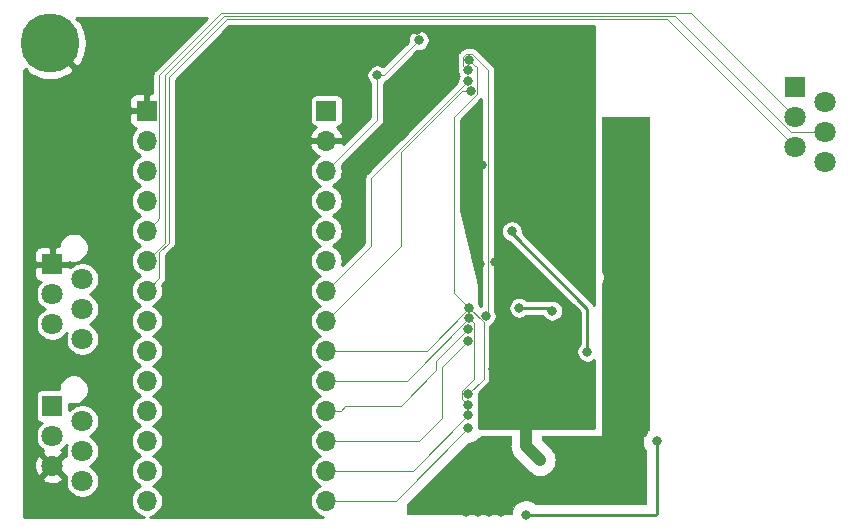
<source format=gbr>
G04 #@! TF.GenerationSoftware,KiCad,Pcbnew,5.1.3-ffb9f22~84~ubuntu18.04.1*
G04 #@! TF.CreationDate,2019-08-04T04:56:57-07:00*
G04 #@! TF.ProjectId,board,626f6172-642e-46b6-9963-61645f706362,rev?*
G04 #@! TF.SameCoordinates,Original*
G04 #@! TF.FileFunction,Copper,L2,Bot*
G04 #@! TF.FilePolarity,Positive*
%FSLAX46Y46*%
G04 Gerber Fmt 4.6, Leading zero omitted, Abs format (unit mm)*
G04 Created by KiCad (PCBNEW 5.1.3-ffb9f22~84~ubuntu18.04.1) date 2019-08-04 04:56:57*
%MOMM*%
%LPD*%
G04 APERTURE LIST*
%ADD10C,5.000000*%
%ADD11C,1.800000*%
%ADD12R,1.800000X1.800000*%
%ADD13O,1.700000X1.700000*%
%ADD14R,1.700000X1.700000*%
%ADD15C,0.800000*%
%ADD16C,0.100000*%
%ADD17C,0.250000*%
%ADD18C,1.000000*%
%ADD19C,0.025400*%
%ADD20C,0.254000*%
G04 APERTURE END LIST*
D10*
X135790000Y-47280000D03*
D11*
X201440000Y-54810000D03*
X198900000Y-53540000D03*
X201440000Y-52270000D03*
D12*
X198900000Y-51000000D03*
D11*
X198900000Y-56080000D03*
X201440000Y-57350000D03*
X138540000Y-72350000D03*
X136000000Y-71080000D03*
D12*
X136000000Y-66000000D03*
D11*
X138540000Y-67270000D03*
X136000000Y-68540000D03*
X138540000Y-69810000D03*
X138540000Y-84350000D03*
X136000000Y-83080000D03*
D12*
X136000000Y-78000000D03*
D11*
X138540000Y-79270000D03*
X136000000Y-80540000D03*
X138540000Y-81810000D03*
D13*
X144000000Y-86020000D03*
X144000000Y-83480000D03*
X144000000Y-80940000D03*
X144000000Y-78400000D03*
X144000000Y-75860000D03*
X144000000Y-73320000D03*
X144000000Y-70780000D03*
X144000000Y-68240000D03*
X144000000Y-65700000D03*
X144000000Y-63160000D03*
X144000000Y-60620000D03*
X144000000Y-58080000D03*
X144000000Y-55540000D03*
D14*
X144000000Y-53000000D03*
X159200000Y-53000000D03*
D13*
X159200000Y-55540000D03*
X159200000Y-58080000D03*
X159200000Y-60620000D03*
X159200000Y-63160000D03*
X159200000Y-65700000D03*
X159200000Y-68240000D03*
X159200000Y-70780000D03*
X159200000Y-73320000D03*
X159200000Y-75860000D03*
X159200000Y-78400000D03*
X159200000Y-80940000D03*
X159200000Y-83480000D03*
X159200000Y-86020000D03*
D15*
X184530000Y-66770000D03*
X184640000Y-81070000D03*
X185580000Y-81090000D03*
X183000000Y-59000000D03*
X184000000Y-59000000D03*
X185000000Y-59000000D03*
X186000000Y-59000000D03*
X185540000Y-66790000D03*
X184000000Y-66000000D03*
X185000000Y-66000000D03*
X186000000Y-66000000D03*
X171500000Y-84000000D03*
X172500000Y-84000000D03*
X173500000Y-84000000D03*
X174500000Y-84000000D03*
X171000000Y-85000000D03*
X172000000Y-85000000D03*
X173000000Y-85000000D03*
X174000000Y-85000000D03*
X170500000Y-86000000D03*
X171500000Y-86000000D03*
X172500000Y-86000000D03*
X173500000Y-86000000D03*
X171000000Y-87000000D03*
X172000000Y-87000000D03*
X173000000Y-87000000D03*
X174000000Y-87000000D03*
X186000000Y-80310000D03*
X185100000Y-80280000D03*
X183740000Y-81050000D03*
X184200000Y-80280000D03*
X183310000Y-80270000D03*
X182800000Y-81030000D03*
X163500000Y-50000000D03*
X167005429Y-47043438D03*
X181300000Y-73400000D03*
X174899990Y-63200000D03*
X175524990Y-69700000D03*
X178300000Y-69925002D03*
X187200000Y-81000000D03*
X176100000Y-87200000D03*
X173300000Y-74900000D03*
X176000000Y-46500000D03*
X175000000Y-46500000D03*
X174000000Y-46500000D03*
X174500000Y-47500000D03*
X175500000Y-47500000D03*
X172200000Y-66000000D03*
X175700000Y-74650000D03*
X175700000Y-75450000D03*
X175700000Y-76250000D03*
X175700000Y-77050000D03*
X175700000Y-77950000D03*
X175700000Y-78850000D03*
X177300000Y-82600000D03*
X177300000Y-61500000D03*
X178200000Y-61500000D03*
X177700000Y-60700000D03*
X177200000Y-54600000D03*
X178200000Y-54600000D03*
X179100000Y-54600000D03*
X171000000Y-56800000D03*
X171900000Y-56800000D03*
X171500000Y-57600000D03*
X172400000Y-57600000D03*
X173500000Y-65800000D03*
X168700000Y-46200000D03*
X167800000Y-46200000D03*
X166900000Y-46200000D03*
X166000000Y-46200000D03*
X165000000Y-46200000D03*
X163700000Y-56200000D03*
X162700000Y-49300000D03*
X180720000Y-67590000D03*
X181470000Y-67140000D03*
X180700000Y-66690000D03*
X179700000Y-66680000D03*
X171300000Y-48700000D03*
X171300000Y-69700000D03*
X171200000Y-77000000D03*
X171200000Y-49600000D03*
X171300000Y-70550003D03*
X171200000Y-77900000D03*
X172678554Y-70371446D03*
X171200000Y-78800000D03*
X171200000Y-79900000D03*
X171200000Y-71500000D03*
X171200000Y-72500000D03*
X171200000Y-50500000D03*
X171439441Y-51360559D03*
D16*
X163500000Y-53780000D02*
X159200000Y-58080000D01*
X163500000Y-50000000D02*
X163500000Y-53780000D01*
X164048867Y-50000000D02*
X163500000Y-50000000D01*
X167005429Y-47043438D02*
X164048867Y-50000000D01*
D17*
X174899990Y-63399990D02*
X174899990Y-63200000D01*
X181300000Y-73400000D02*
X181300000Y-69800000D01*
X181300000Y-69800000D02*
X174899990Y-63399990D01*
X175524990Y-69700000D02*
X178074998Y-69700000D01*
X178074998Y-69700000D02*
X178300000Y-69925002D01*
X187200000Y-81000000D02*
X187200000Y-87100000D01*
X187200000Y-87100000D02*
X187100000Y-87200000D01*
X187100000Y-87200000D02*
X176100000Y-87200000D01*
D18*
X176100000Y-81400000D02*
X176100000Y-79000000D01*
X177300000Y-82600000D02*
X176100000Y-81400000D01*
D16*
X180850213Y-66550001D02*
X180700000Y-66700214D01*
X181540000Y-66950000D02*
X181140001Y-66550001D01*
X181140001Y-66550001D02*
X180850213Y-66550001D01*
X171300000Y-69700000D02*
X172500000Y-70900000D01*
X172500000Y-75700000D02*
X171200000Y-77000000D01*
X172500000Y-70900000D02*
X172500000Y-75700000D01*
X167680000Y-73320000D02*
X159200000Y-73320000D01*
X171300000Y-69700000D02*
X167680000Y-73320000D01*
X171699999Y-49099999D02*
X171300000Y-48700000D01*
X171939442Y-51600560D02*
X171939442Y-49339442D01*
X171939442Y-49339442D02*
X171699999Y-49099999D01*
X170000000Y-53540002D02*
X171939442Y-51600560D01*
X170000000Y-68400000D02*
X170000000Y-53540002D01*
X171300000Y-69700000D02*
X170000000Y-68400000D01*
X170699999Y-77399999D02*
X170800001Y-77500001D01*
X170800001Y-77500001D02*
X171200000Y-77900000D01*
X170699999Y-76759999D02*
X170699999Y-77399999D01*
X171700001Y-75759997D02*
X170699999Y-76759999D01*
X171700001Y-70950004D02*
X171700001Y-75759997D01*
X171300000Y-70550003D02*
X171700001Y-70950004D01*
X165990003Y-75860000D02*
X171300000Y-70550003D01*
X159200000Y-75860000D02*
X165990003Y-75860000D01*
X172900001Y-70149999D02*
X172678554Y-70371446D01*
X170799999Y-49199999D02*
X170799999Y-48459999D01*
X171059999Y-48199999D02*
X171540001Y-48199999D01*
X171200000Y-49600000D02*
X170799999Y-49199999D01*
X171540001Y-48199999D02*
X172900001Y-49559999D01*
X170799999Y-48459999D02*
X171059999Y-48199999D01*
X172900001Y-49559999D02*
X172900001Y-70149999D01*
X166520000Y-83480000D02*
X159200000Y-83480000D01*
X171200000Y-78800000D02*
X166520000Y-83480000D01*
X165080000Y-86020000D02*
X171200000Y-79900000D01*
X159200000Y-86020000D02*
X165080000Y-86020000D01*
X160402081Y-78400000D02*
X160802081Y-78000000D01*
X159200000Y-78400000D02*
X160402081Y-78400000D01*
X165487854Y-78000000D02*
X168500000Y-74987854D01*
X160802081Y-78000000D02*
X165487854Y-78000000D01*
X168500000Y-74200000D02*
X171200000Y-71500000D01*
X168500000Y-74987854D02*
X168500000Y-74200000D01*
X169000000Y-74700000D02*
X169000000Y-79000000D01*
X171200000Y-72500000D02*
X169000000Y-74700000D01*
X167060000Y-80940000D02*
X159200000Y-80940000D01*
X169000000Y-79000000D02*
X167060000Y-80940000D01*
X170800001Y-50899999D02*
X171200000Y-50500000D01*
X163000000Y-58700000D02*
X170800001Y-50899999D01*
X163000000Y-64440000D02*
X163000000Y-58700000D01*
X159200000Y-68240000D02*
X163000000Y-64440000D01*
X170639441Y-51360559D02*
X171439441Y-51360559D01*
X165500000Y-56500000D02*
X170639441Y-51360559D01*
X159200000Y-70780000D02*
X165500000Y-64480000D01*
X165500000Y-64480000D02*
X165500000Y-56500000D01*
X144000000Y-65700000D02*
X145500000Y-64200000D01*
X145500000Y-64200000D02*
X145500000Y-50000000D01*
X198541998Y-54810000D02*
X200167208Y-54810000D01*
X188731998Y-45000000D02*
X198541998Y-54810000D01*
X150500000Y-45000000D02*
X188731998Y-45000000D01*
X200167208Y-54810000D02*
X201440000Y-54810000D01*
X145500000Y-50000000D02*
X150500000Y-45000000D01*
X198900000Y-53540000D02*
X190085010Y-44725010D01*
X190085010Y-44725010D02*
X150274990Y-44725010D01*
X144849999Y-62310001D02*
X144000000Y-63160000D01*
X145050001Y-62109999D02*
X144849999Y-62310001D01*
X145050001Y-49949999D02*
X145050001Y-62109999D01*
X150274990Y-44725010D02*
X145050001Y-49949999D01*
X188070010Y-45250010D02*
X198900000Y-56080000D01*
X144000000Y-68240000D02*
X145050001Y-67189999D01*
X145050001Y-67189999D02*
X145050001Y-65003565D01*
X150749990Y-45250010D02*
X188070010Y-45250010D01*
X145050001Y-65003565D02*
X145853566Y-64200000D01*
X145853566Y-64200000D02*
X145853566Y-50146434D01*
X145853566Y-50146434D02*
X150749990Y-45250010D01*
D19*
G36*
X186487300Y-80017709D02*
G01*
X186426949Y-80058034D01*
X186258034Y-80226949D01*
X186125319Y-80425571D01*
X186033903Y-80646268D01*
X185987300Y-80880559D01*
X185987300Y-81119441D01*
X186033903Y-81353732D01*
X186125319Y-81574429D01*
X186258034Y-81773051D01*
X186262300Y-81777317D01*
X186262301Y-86262300D01*
X176877317Y-86262300D01*
X176873051Y-86258034D01*
X176674429Y-86125319D01*
X176453732Y-86033903D01*
X176219441Y-85987300D01*
X175980559Y-85987300D01*
X175746268Y-86033903D01*
X175525571Y-86125319D01*
X175326949Y-86258034D01*
X175158034Y-86426949D01*
X175025319Y-86625571D01*
X174933903Y-86846268D01*
X174887300Y-87080559D01*
X174887300Y-87162300D01*
X166012700Y-87162300D01*
X166012700Y-86307341D01*
X171207342Y-81112700D01*
X171319441Y-81112700D01*
X171553732Y-81066097D01*
X171774429Y-80974681D01*
X171973051Y-80841966D01*
X172141966Y-80673051D01*
X172249109Y-80512700D01*
X174787300Y-80512700D01*
X174787300Y-81335519D01*
X174780949Y-81400000D01*
X174787300Y-81464481D01*
X174787300Y-81464482D01*
X174806294Y-81657333D01*
X174881356Y-81904778D01*
X175003249Y-82132824D01*
X175167290Y-82332710D01*
X175217384Y-82373821D01*
X176417377Y-83573815D01*
X176567174Y-83696750D01*
X176795221Y-83818643D01*
X177042665Y-83893705D01*
X177299999Y-83919050D01*
X177557334Y-83893705D01*
X177804778Y-83818643D01*
X178032825Y-83696750D01*
X178232709Y-83532709D01*
X178396750Y-83332825D01*
X178518643Y-83104778D01*
X178593705Y-82857334D01*
X178619050Y-82599999D01*
X178593705Y-82342665D01*
X178518643Y-82095221D01*
X178396750Y-81867174D01*
X178273815Y-81717377D01*
X177412700Y-80856263D01*
X177412700Y-80512700D01*
X182500000Y-80512700D01*
X182502478Y-80512456D01*
X182504860Y-80511733D01*
X182507056Y-80510560D01*
X182508980Y-80508980D01*
X182510560Y-80507056D01*
X182511733Y-80504860D01*
X182512456Y-80502478D01*
X182512700Y-80500000D01*
X182512700Y-67762292D01*
X182544681Y-67714429D01*
X182636097Y-67493732D01*
X182682700Y-67259441D01*
X182682700Y-67020559D01*
X182636097Y-66786268D01*
X182544681Y-66565571D01*
X182512700Y-66517708D01*
X182512700Y-53512700D01*
X186487300Y-53512700D01*
X186487300Y-80017709D01*
X186487300Y-80017709D01*
G37*
X186487300Y-80017709D02*
X186426949Y-80058034D01*
X186258034Y-80226949D01*
X186125319Y-80425571D01*
X186033903Y-80646268D01*
X185987300Y-80880559D01*
X185987300Y-81119441D01*
X186033903Y-81353732D01*
X186125319Y-81574429D01*
X186258034Y-81773051D01*
X186262300Y-81777317D01*
X186262301Y-86262300D01*
X176877317Y-86262300D01*
X176873051Y-86258034D01*
X176674429Y-86125319D01*
X176453732Y-86033903D01*
X176219441Y-85987300D01*
X175980559Y-85987300D01*
X175746268Y-86033903D01*
X175525571Y-86125319D01*
X175326949Y-86258034D01*
X175158034Y-86426949D01*
X175025319Y-86625571D01*
X174933903Y-86846268D01*
X174887300Y-87080559D01*
X174887300Y-87162300D01*
X166012700Y-87162300D01*
X166012700Y-86307341D01*
X171207342Y-81112700D01*
X171319441Y-81112700D01*
X171553732Y-81066097D01*
X171774429Y-80974681D01*
X171973051Y-80841966D01*
X172141966Y-80673051D01*
X172249109Y-80512700D01*
X174787300Y-80512700D01*
X174787300Y-81335519D01*
X174780949Y-81400000D01*
X174787300Y-81464481D01*
X174787300Y-81464482D01*
X174806294Y-81657333D01*
X174881356Y-81904778D01*
X175003249Y-82132824D01*
X175167290Y-82332710D01*
X175217384Y-82373821D01*
X176417377Y-83573815D01*
X176567174Y-83696750D01*
X176795221Y-83818643D01*
X177042665Y-83893705D01*
X177299999Y-83919050D01*
X177557334Y-83893705D01*
X177804778Y-83818643D01*
X178032825Y-83696750D01*
X178232709Y-83532709D01*
X178396750Y-83332825D01*
X178518643Y-83104778D01*
X178593705Y-82857334D01*
X178619050Y-82599999D01*
X178593705Y-82342665D01*
X178518643Y-82095221D01*
X178396750Y-81867174D01*
X178273815Y-81717377D01*
X177412700Y-80856263D01*
X177412700Y-80512700D01*
X182500000Y-80512700D01*
X182502478Y-80512456D01*
X182504860Y-80511733D01*
X182507056Y-80510560D01*
X182508980Y-80508980D01*
X182510560Y-80507056D01*
X182511733Y-80504860D01*
X182512456Y-80502478D01*
X182512700Y-80500000D01*
X182512700Y-67762292D01*
X182544681Y-67714429D01*
X182636097Y-67493732D01*
X182682700Y-67259441D01*
X182682700Y-67020559D01*
X182636097Y-66786268D01*
X182544681Y-66565571D01*
X182512700Y-66517708D01*
X182512700Y-53512700D01*
X186487300Y-53512700D01*
X186487300Y-80017709D01*
D20*
G36*
X144662039Y-49521960D02*
G01*
X144640027Y-49540025D01*
X144567922Y-49627885D01*
X144514344Y-49728124D01*
X144505139Y-49758470D01*
X144481350Y-49836888D01*
X144476426Y-49886888D01*
X144473145Y-49920210D01*
X144470211Y-49949999D01*
X144473001Y-49978330D01*
X144473001Y-51513981D01*
X144285750Y-51515000D01*
X144127000Y-51673750D01*
X144127000Y-52873000D01*
X144147000Y-52873000D01*
X144147000Y-53127000D01*
X144127000Y-53127000D01*
X144127000Y-53147000D01*
X143873000Y-53147000D01*
X143873000Y-53127000D01*
X142673750Y-53127000D01*
X142515000Y-53285750D01*
X142511928Y-53850000D01*
X142524188Y-53974482D01*
X142560498Y-54094180D01*
X142619463Y-54204494D01*
X142698815Y-54301185D01*
X142795506Y-54380537D01*
X142905820Y-54439502D01*
X143025518Y-54475812D01*
X143115358Y-54484660D01*
X143021603Y-54561603D01*
X142849527Y-54771279D01*
X142721663Y-55010495D01*
X142642925Y-55270061D01*
X142616338Y-55540000D01*
X142642925Y-55809939D01*
X142721663Y-56069505D01*
X142849527Y-56308721D01*
X143021603Y-56518397D01*
X143231279Y-56690473D01*
X143454898Y-56810000D01*
X143231279Y-56929527D01*
X143021603Y-57101603D01*
X142849527Y-57311279D01*
X142721663Y-57550495D01*
X142642925Y-57810061D01*
X142616338Y-58080000D01*
X142642925Y-58349939D01*
X142721663Y-58609505D01*
X142849527Y-58848721D01*
X143021603Y-59058397D01*
X143231279Y-59230473D01*
X143454898Y-59350000D01*
X143231279Y-59469527D01*
X143021603Y-59641603D01*
X142849527Y-59851279D01*
X142721663Y-60090495D01*
X142642925Y-60350061D01*
X142616338Y-60620000D01*
X142642925Y-60889939D01*
X142721663Y-61149505D01*
X142849527Y-61388721D01*
X143021603Y-61598397D01*
X143231279Y-61770473D01*
X143454898Y-61890000D01*
X143231279Y-62009527D01*
X143021603Y-62181603D01*
X142849527Y-62391279D01*
X142721663Y-62630495D01*
X142642925Y-62890061D01*
X142616338Y-63160000D01*
X142642925Y-63429939D01*
X142721663Y-63689505D01*
X142849527Y-63928721D01*
X143021603Y-64138397D01*
X143231279Y-64310473D01*
X143454898Y-64430000D01*
X143231279Y-64549527D01*
X143021603Y-64721603D01*
X142849527Y-64931279D01*
X142721663Y-65170495D01*
X142642925Y-65430061D01*
X142616338Y-65700000D01*
X142642925Y-65969939D01*
X142721663Y-66229505D01*
X142849527Y-66468721D01*
X143021603Y-66678397D01*
X143231279Y-66850473D01*
X143454898Y-66970000D01*
X143231279Y-67089527D01*
X143021603Y-67261603D01*
X142849527Y-67471279D01*
X142721663Y-67710495D01*
X142642925Y-67970061D01*
X142616338Y-68240000D01*
X142642925Y-68509939D01*
X142721663Y-68769505D01*
X142849527Y-69008721D01*
X143021603Y-69218397D01*
X143231279Y-69390473D01*
X143454898Y-69510000D01*
X143231279Y-69629527D01*
X143021603Y-69801603D01*
X142849527Y-70011279D01*
X142721663Y-70250495D01*
X142642925Y-70510061D01*
X142616338Y-70780000D01*
X142642925Y-71049939D01*
X142721663Y-71309505D01*
X142849527Y-71548721D01*
X143021603Y-71758397D01*
X143231279Y-71930473D01*
X143454898Y-72050000D01*
X143231279Y-72169527D01*
X143021603Y-72341603D01*
X142849527Y-72551279D01*
X142721663Y-72790495D01*
X142642925Y-73050061D01*
X142616338Y-73320000D01*
X142642925Y-73589939D01*
X142721663Y-73849505D01*
X142849527Y-74088721D01*
X143021603Y-74298397D01*
X143231279Y-74470473D01*
X143454898Y-74590000D01*
X143231279Y-74709527D01*
X143021603Y-74881603D01*
X142849527Y-75091279D01*
X142721663Y-75330495D01*
X142642925Y-75590061D01*
X142616338Y-75860000D01*
X142642925Y-76129939D01*
X142721663Y-76389505D01*
X142849527Y-76628721D01*
X143021603Y-76838397D01*
X143231279Y-77010473D01*
X143454898Y-77130000D01*
X143231279Y-77249527D01*
X143021603Y-77421603D01*
X142849527Y-77631279D01*
X142721663Y-77870495D01*
X142642925Y-78130061D01*
X142616338Y-78400000D01*
X142642925Y-78669939D01*
X142721663Y-78929505D01*
X142849527Y-79168721D01*
X143021603Y-79378397D01*
X143231279Y-79550473D01*
X143454898Y-79670000D01*
X143231279Y-79789527D01*
X143021603Y-79961603D01*
X142849527Y-80171279D01*
X142721663Y-80410495D01*
X142642925Y-80670061D01*
X142616338Y-80940000D01*
X142642925Y-81209939D01*
X142721663Y-81469505D01*
X142849527Y-81708721D01*
X143021603Y-81918397D01*
X143231279Y-82090473D01*
X143454898Y-82210000D01*
X143231279Y-82329527D01*
X143021603Y-82501603D01*
X142849527Y-82711279D01*
X142721663Y-82950495D01*
X142642925Y-83210061D01*
X142616338Y-83480000D01*
X142642925Y-83749939D01*
X142721663Y-84009505D01*
X142849527Y-84248721D01*
X143021603Y-84458397D01*
X143231279Y-84630473D01*
X143454898Y-84750000D01*
X143231279Y-84869527D01*
X143021603Y-85041603D01*
X142849527Y-85251279D01*
X142721663Y-85490495D01*
X142642925Y-85750061D01*
X142616338Y-86020000D01*
X142642925Y-86289939D01*
X142721663Y-86549505D01*
X142849527Y-86788721D01*
X143021603Y-86998397D01*
X143231279Y-87170473D01*
X143470495Y-87298337D01*
X143716627Y-87373000D01*
X133627000Y-87373000D01*
X133627000Y-84144080D01*
X135115525Y-84144080D01*
X135199208Y-84398261D01*
X135471775Y-84529158D01*
X135764642Y-84604365D01*
X136066553Y-84620991D01*
X136365907Y-84578397D01*
X136651199Y-84478222D01*
X136800792Y-84398261D01*
X136884475Y-84144080D01*
X136000000Y-83259605D01*
X135115525Y-84144080D01*
X133627000Y-84144080D01*
X133627000Y-83146553D01*
X134459009Y-83146553D01*
X134501603Y-83445907D01*
X134601778Y-83731199D01*
X134681739Y-83880792D01*
X134935920Y-83964475D01*
X135820395Y-83080000D01*
X134935920Y-82195525D01*
X134681739Y-82279208D01*
X134550842Y-82551775D01*
X134475635Y-82844642D01*
X134459009Y-83146553D01*
X133627000Y-83146553D01*
X133627000Y-77100000D01*
X134570451Y-77100000D01*
X134570451Y-78900000D01*
X134580626Y-79003310D01*
X134610761Y-79102650D01*
X134659696Y-79194202D01*
X134725552Y-79274448D01*
X134805798Y-79340304D01*
X134897350Y-79389239D01*
X134996690Y-79419374D01*
X135094225Y-79428980D01*
X135090340Y-79431576D01*
X134891576Y-79630340D01*
X134735409Y-79864062D01*
X134627838Y-80123759D01*
X134573000Y-80399453D01*
X134573000Y-80680547D01*
X134627838Y-80956241D01*
X134735409Y-81215938D01*
X134891576Y-81449660D01*
X135090340Y-81648424D01*
X135232942Y-81743707D01*
X135199208Y-81761739D01*
X135115525Y-82015920D01*
X136000000Y-82900395D01*
X136884475Y-82015920D01*
X136800792Y-81761739D01*
X136765463Y-81744773D01*
X136909660Y-81648424D01*
X137108424Y-81449660D01*
X137203823Y-81306884D01*
X137167838Y-81393759D01*
X137113000Y-81669453D01*
X137113000Y-81950547D01*
X137167838Y-82226241D01*
X137169490Y-82230229D01*
X137064080Y-82195525D01*
X136179605Y-83080000D01*
X137064080Y-83964475D01*
X137169490Y-83929771D01*
X137167838Y-83933759D01*
X137113000Y-84209453D01*
X137113000Y-84490547D01*
X137167838Y-84766241D01*
X137275409Y-85025938D01*
X137431576Y-85259660D01*
X137630340Y-85458424D01*
X137864062Y-85614591D01*
X138123759Y-85722162D01*
X138399453Y-85777000D01*
X138680547Y-85777000D01*
X138956241Y-85722162D01*
X139215938Y-85614591D01*
X139449660Y-85458424D01*
X139648424Y-85259660D01*
X139804591Y-85025938D01*
X139912162Y-84766241D01*
X139967000Y-84490547D01*
X139967000Y-84209453D01*
X139912162Y-83933759D01*
X139804591Y-83674062D01*
X139648424Y-83440340D01*
X139449660Y-83241576D01*
X139215938Y-83085409D01*
X139202880Y-83080000D01*
X139215938Y-83074591D01*
X139449660Y-82918424D01*
X139648424Y-82719660D01*
X139804591Y-82485938D01*
X139912162Y-82226241D01*
X139967000Y-81950547D01*
X139967000Y-81669453D01*
X139912162Y-81393759D01*
X139804591Y-81134062D01*
X139648424Y-80900340D01*
X139449660Y-80701576D01*
X139215938Y-80545409D01*
X139202880Y-80540000D01*
X139215938Y-80534591D01*
X139449660Y-80378424D01*
X139648424Y-80179660D01*
X139804591Y-79945938D01*
X139912162Y-79686241D01*
X139967000Y-79410547D01*
X139967000Y-79129453D01*
X139912162Y-78853759D01*
X139804591Y-78594062D01*
X139648424Y-78360340D01*
X139449660Y-78161576D01*
X139215938Y-78005409D01*
X138956241Y-77897838D01*
X138680547Y-77843000D01*
X138399453Y-77843000D01*
X138123759Y-77897838D01*
X137864062Y-78005409D01*
X137630340Y-78161576D01*
X137431576Y-78360340D01*
X137429549Y-78363374D01*
X137429549Y-77828382D01*
X137674222Y-77877050D01*
X137925778Y-77877050D01*
X138172502Y-77827974D01*
X138404910Y-77731707D01*
X138614072Y-77591949D01*
X138791949Y-77414072D01*
X138931707Y-77204910D01*
X139027974Y-76972502D01*
X139077050Y-76725778D01*
X139077050Y-76474222D01*
X139027974Y-76227498D01*
X138931707Y-75995090D01*
X138791949Y-75785928D01*
X138614072Y-75608051D01*
X138404910Y-75468293D01*
X138172502Y-75372026D01*
X137925778Y-75322950D01*
X137674222Y-75322950D01*
X137427498Y-75372026D01*
X137195090Y-75468293D01*
X136985928Y-75608051D01*
X136808051Y-75785928D01*
X136668293Y-75995090D01*
X136572026Y-76227498D01*
X136522950Y-76474222D01*
X136522950Y-76570451D01*
X135100000Y-76570451D01*
X134996690Y-76580626D01*
X134897350Y-76610761D01*
X134805798Y-76659696D01*
X134725552Y-76725552D01*
X134659696Y-76805798D01*
X134610761Y-76897350D01*
X134580626Y-76996690D01*
X134570451Y-77100000D01*
X133627000Y-77100000D01*
X133627000Y-66900000D01*
X134461928Y-66900000D01*
X134474188Y-67024482D01*
X134510498Y-67144180D01*
X134569463Y-67254494D01*
X134648815Y-67351185D01*
X134745506Y-67430537D01*
X134855820Y-67489502D01*
X134975518Y-67525812D01*
X134994258Y-67527658D01*
X134891576Y-67630340D01*
X134735409Y-67864062D01*
X134627838Y-68123759D01*
X134573000Y-68399453D01*
X134573000Y-68680547D01*
X134627838Y-68956241D01*
X134735409Y-69215938D01*
X134891576Y-69449660D01*
X135090340Y-69648424D01*
X135324062Y-69804591D01*
X135337120Y-69810000D01*
X135324062Y-69815409D01*
X135090340Y-69971576D01*
X134891576Y-70170340D01*
X134735409Y-70404062D01*
X134627838Y-70663759D01*
X134573000Y-70939453D01*
X134573000Y-71220547D01*
X134627838Y-71496241D01*
X134735409Y-71755938D01*
X134891576Y-71989660D01*
X135090340Y-72188424D01*
X135324062Y-72344591D01*
X135583759Y-72452162D01*
X135859453Y-72507000D01*
X136140547Y-72507000D01*
X136416241Y-72452162D01*
X136675938Y-72344591D01*
X136909660Y-72188424D01*
X137108424Y-71989660D01*
X137203823Y-71846884D01*
X137167838Y-71933759D01*
X137113000Y-72209453D01*
X137113000Y-72490547D01*
X137167838Y-72766241D01*
X137275409Y-73025938D01*
X137431576Y-73259660D01*
X137630340Y-73458424D01*
X137864062Y-73614591D01*
X138123759Y-73722162D01*
X138399453Y-73777000D01*
X138680547Y-73777000D01*
X138956241Y-73722162D01*
X139215938Y-73614591D01*
X139449660Y-73458424D01*
X139648424Y-73259660D01*
X139804591Y-73025938D01*
X139912162Y-72766241D01*
X139967000Y-72490547D01*
X139967000Y-72209453D01*
X139912162Y-71933759D01*
X139804591Y-71674062D01*
X139648424Y-71440340D01*
X139449660Y-71241576D01*
X139215938Y-71085409D01*
X139202880Y-71080000D01*
X139215938Y-71074591D01*
X139449660Y-70918424D01*
X139648424Y-70719660D01*
X139804591Y-70485938D01*
X139912162Y-70226241D01*
X139967000Y-69950547D01*
X139967000Y-69669453D01*
X139912162Y-69393759D01*
X139804591Y-69134062D01*
X139648424Y-68900340D01*
X139449660Y-68701576D01*
X139215938Y-68545409D01*
X139202880Y-68540000D01*
X139215938Y-68534591D01*
X139449660Y-68378424D01*
X139648424Y-68179660D01*
X139804591Y-67945938D01*
X139912162Y-67686241D01*
X139967000Y-67410547D01*
X139967000Y-67129453D01*
X139912162Y-66853759D01*
X139804591Y-66594062D01*
X139648424Y-66360340D01*
X139449660Y-66161576D01*
X139215938Y-66005409D01*
X138956241Y-65897838D01*
X138680547Y-65843000D01*
X138399453Y-65843000D01*
X138123759Y-65897838D01*
X137864062Y-66005409D01*
X137630340Y-66161576D01*
X137520583Y-66271333D01*
X137376250Y-66127000D01*
X136127000Y-66127000D01*
X136127000Y-66147000D01*
X135873000Y-66147000D01*
X135873000Y-66127000D01*
X134623750Y-66127000D01*
X134465000Y-66285750D01*
X134461928Y-66900000D01*
X133627000Y-66900000D01*
X133627000Y-65100000D01*
X134461928Y-65100000D01*
X134465000Y-65714250D01*
X134623750Y-65873000D01*
X135873000Y-65873000D01*
X135873000Y-64623750D01*
X136127000Y-64623750D01*
X136127000Y-65873000D01*
X137376250Y-65873000D01*
X137423098Y-65826152D01*
X137427498Y-65827974D01*
X137674222Y-65877050D01*
X137925778Y-65877050D01*
X138172502Y-65827974D01*
X138404910Y-65731707D01*
X138614072Y-65591949D01*
X138791949Y-65414072D01*
X138931707Y-65204910D01*
X139027974Y-64972502D01*
X139077050Y-64725778D01*
X139077050Y-64474222D01*
X139027974Y-64227498D01*
X138931707Y-63995090D01*
X138791949Y-63785928D01*
X138614072Y-63608051D01*
X138404910Y-63468293D01*
X138172502Y-63372026D01*
X137925778Y-63322950D01*
X137674222Y-63322950D01*
X137427498Y-63372026D01*
X137195090Y-63468293D01*
X136985928Y-63608051D01*
X136808051Y-63785928D01*
X136668293Y-63995090D01*
X136572026Y-64227498D01*
X136525022Y-64463803D01*
X136285750Y-64465000D01*
X136127000Y-64623750D01*
X135873000Y-64623750D01*
X135714250Y-64465000D01*
X135100000Y-64461928D01*
X134975518Y-64474188D01*
X134855820Y-64510498D01*
X134745506Y-64569463D01*
X134648815Y-64648815D01*
X134569463Y-64745506D01*
X134510498Y-64855820D01*
X134474188Y-64975518D01*
X134461928Y-65100000D01*
X133627000Y-65100000D01*
X133627000Y-52150000D01*
X142511928Y-52150000D01*
X142515000Y-52714250D01*
X142673750Y-52873000D01*
X143873000Y-52873000D01*
X143873000Y-51673750D01*
X143714250Y-51515000D01*
X143150000Y-51511928D01*
X143025518Y-51524188D01*
X142905820Y-51560498D01*
X142795506Y-51619463D01*
X142698815Y-51698815D01*
X142619463Y-51795506D01*
X142560498Y-51905820D01*
X142524188Y-52025518D01*
X142511928Y-52150000D01*
X133627000Y-52150000D01*
X133627000Y-49571142D01*
X133652733Y-49596875D01*
X133766458Y-49483150D01*
X134042627Y-49901118D01*
X134587557Y-50191649D01*
X135178696Y-50370287D01*
X135793328Y-50430168D01*
X136407831Y-50368990D01*
X136998592Y-50189103D01*
X137537373Y-49901118D01*
X137813543Y-49483148D01*
X135790000Y-47459605D01*
X135775858Y-47473748D01*
X135596253Y-47294143D01*
X135610395Y-47280000D01*
X135596253Y-47265858D01*
X135775858Y-47086253D01*
X135790000Y-47100395D01*
X135804143Y-47086253D01*
X135983748Y-47265858D01*
X135969605Y-47280000D01*
X137993148Y-49303543D01*
X138411118Y-49027373D01*
X138701649Y-48482443D01*
X138880287Y-47891304D01*
X138940168Y-47276672D01*
X138878990Y-46662169D01*
X138699103Y-46071408D01*
X138411118Y-45532627D01*
X137993150Y-45256458D01*
X138106875Y-45142733D01*
X138091142Y-45127000D01*
X149056999Y-45127000D01*
X144662039Y-49521960D01*
X144662039Y-49521960D01*
G37*
X144662039Y-49521960D02*
X144640027Y-49540025D01*
X144567922Y-49627885D01*
X144514344Y-49728124D01*
X144505139Y-49758470D01*
X144481350Y-49836888D01*
X144476426Y-49886888D01*
X144473145Y-49920210D01*
X144470211Y-49949999D01*
X144473001Y-49978330D01*
X144473001Y-51513981D01*
X144285750Y-51515000D01*
X144127000Y-51673750D01*
X144127000Y-52873000D01*
X144147000Y-52873000D01*
X144147000Y-53127000D01*
X144127000Y-53127000D01*
X144127000Y-53147000D01*
X143873000Y-53147000D01*
X143873000Y-53127000D01*
X142673750Y-53127000D01*
X142515000Y-53285750D01*
X142511928Y-53850000D01*
X142524188Y-53974482D01*
X142560498Y-54094180D01*
X142619463Y-54204494D01*
X142698815Y-54301185D01*
X142795506Y-54380537D01*
X142905820Y-54439502D01*
X143025518Y-54475812D01*
X143115358Y-54484660D01*
X143021603Y-54561603D01*
X142849527Y-54771279D01*
X142721663Y-55010495D01*
X142642925Y-55270061D01*
X142616338Y-55540000D01*
X142642925Y-55809939D01*
X142721663Y-56069505D01*
X142849527Y-56308721D01*
X143021603Y-56518397D01*
X143231279Y-56690473D01*
X143454898Y-56810000D01*
X143231279Y-56929527D01*
X143021603Y-57101603D01*
X142849527Y-57311279D01*
X142721663Y-57550495D01*
X142642925Y-57810061D01*
X142616338Y-58080000D01*
X142642925Y-58349939D01*
X142721663Y-58609505D01*
X142849527Y-58848721D01*
X143021603Y-59058397D01*
X143231279Y-59230473D01*
X143454898Y-59350000D01*
X143231279Y-59469527D01*
X143021603Y-59641603D01*
X142849527Y-59851279D01*
X142721663Y-60090495D01*
X142642925Y-60350061D01*
X142616338Y-60620000D01*
X142642925Y-60889939D01*
X142721663Y-61149505D01*
X142849527Y-61388721D01*
X143021603Y-61598397D01*
X143231279Y-61770473D01*
X143454898Y-61890000D01*
X143231279Y-62009527D01*
X143021603Y-62181603D01*
X142849527Y-62391279D01*
X142721663Y-62630495D01*
X142642925Y-62890061D01*
X142616338Y-63160000D01*
X142642925Y-63429939D01*
X142721663Y-63689505D01*
X142849527Y-63928721D01*
X143021603Y-64138397D01*
X143231279Y-64310473D01*
X143454898Y-64430000D01*
X143231279Y-64549527D01*
X143021603Y-64721603D01*
X142849527Y-64931279D01*
X142721663Y-65170495D01*
X142642925Y-65430061D01*
X142616338Y-65700000D01*
X142642925Y-65969939D01*
X142721663Y-66229505D01*
X142849527Y-66468721D01*
X143021603Y-66678397D01*
X143231279Y-66850473D01*
X143454898Y-66970000D01*
X143231279Y-67089527D01*
X143021603Y-67261603D01*
X142849527Y-67471279D01*
X142721663Y-67710495D01*
X142642925Y-67970061D01*
X142616338Y-68240000D01*
X142642925Y-68509939D01*
X142721663Y-68769505D01*
X142849527Y-69008721D01*
X143021603Y-69218397D01*
X143231279Y-69390473D01*
X143454898Y-69510000D01*
X143231279Y-69629527D01*
X143021603Y-69801603D01*
X142849527Y-70011279D01*
X142721663Y-70250495D01*
X142642925Y-70510061D01*
X142616338Y-70780000D01*
X142642925Y-71049939D01*
X142721663Y-71309505D01*
X142849527Y-71548721D01*
X143021603Y-71758397D01*
X143231279Y-71930473D01*
X143454898Y-72050000D01*
X143231279Y-72169527D01*
X143021603Y-72341603D01*
X142849527Y-72551279D01*
X142721663Y-72790495D01*
X142642925Y-73050061D01*
X142616338Y-73320000D01*
X142642925Y-73589939D01*
X142721663Y-73849505D01*
X142849527Y-74088721D01*
X143021603Y-74298397D01*
X143231279Y-74470473D01*
X143454898Y-74590000D01*
X143231279Y-74709527D01*
X143021603Y-74881603D01*
X142849527Y-75091279D01*
X142721663Y-75330495D01*
X142642925Y-75590061D01*
X142616338Y-75860000D01*
X142642925Y-76129939D01*
X142721663Y-76389505D01*
X142849527Y-76628721D01*
X143021603Y-76838397D01*
X143231279Y-77010473D01*
X143454898Y-77130000D01*
X143231279Y-77249527D01*
X143021603Y-77421603D01*
X142849527Y-77631279D01*
X142721663Y-77870495D01*
X142642925Y-78130061D01*
X142616338Y-78400000D01*
X142642925Y-78669939D01*
X142721663Y-78929505D01*
X142849527Y-79168721D01*
X143021603Y-79378397D01*
X143231279Y-79550473D01*
X143454898Y-79670000D01*
X143231279Y-79789527D01*
X143021603Y-79961603D01*
X142849527Y-80171279D01*
X142721663Y-80410495D01*
X142642925Y-80670061D01*
X142616338Y-80940000D01*
X142642925Y-81209939D01*
X142721663Y-81469505D01*
X142849527Y-81708721D01*
X143021603Y-81918397D01*
X143231279Y-82090473D01*
X143454898Y-82210000D01*
X143231279Y-82329527D01*
X143021603Y-82501603D01*
X142849527Y-82711279D01*
X142721663Y-82950495D01*
X142642925Y-83210061D01*
X142616338Y-83480000D01*
X142642925Y-83749939D01*
X142721663Y-84009505D01*
X142849527Y-84248721D01*
X143021603Y-84458397D01*
X143231279Y-84630473D01*
X143454898Y-84750000D01*
X143231279Y-84869527D01*
X143021603Y-85041603D01*
X142849527Y-85251279D01*
X142721663Y-85490495D01*
X142642925Y-85750061D01*
X142616338Y-86020000D01*
X142642925Y-86289939D01*
X142721663Y-86549505D01*
X142849527Y-86788721D01*
X143021603Y-86998397D01*
X143231279Y-87170473D01*
X143470495Y-87298337D01*
X143716627Y-87373000D01*
X133627000Y-87373000D01*
X133627000Y-84144080D01*
X135115525Y-84144080D01*
X135199208Y-84398261D01*
X135471775Y-84529158D01*
X135764642Y-84604365D01*
X136066553Y-84620991D01*
X136365907Y-84578397D01*
X136651199Y-84478222D01*
X136800792Y-84398261D01*
X136884475Y-84144080D01*
X136000000Y-83259605D01*
X135115525Y-84144080D01*
X133627000Y-84144080D01*
X133627000Y-83146553D01*
X134459009Y-83146553D01*
X134501603Y-83445907D01*
X134601778Y-83731199D01*
X134681739Y-83880792D01*
X134935920Y-83964475D01*
X135820395Y-83080000D01*
X134935920Y-82195525D01*
X134681739Y-82279208D01*
X134550842Y-82551775D01*
X134475635Y-82844642D01*
X134459009Y-83146553D01*
X133627000Y-83146553D01*
X133627000Y-77100000D01*
X134570451Y-77100000D01*
X134570451Y-78900000D01*
X134580626Y-79003310D01*
X134610761Y-79102650D01*
X134659696Y-79194202D01*
X134725552Y-79274448D01*
X134805798Y-79340304D01*
X134897350Y-79389239D01*
X134996690Y-79419374D01*
X135094225Y-79428980D01*
X135090340Y-79431576D01*
X134891576Y-79630340D01*
X134735409Y-79864062D01*
X134627838Y-80123759D01*
X134573000Y-80399453D01*
X134573000Y-80680547D01*
X134627838Y-80956241D01*
X134735409Y-81215938D01*
X134891576Y-81449660D01*
X135090340Y-81648424D01*
X135232942Y-81743707D01*
X135199208Y-81761739D01*
X135115525Y-82015920D01*
X136000000Y-82900395D01*
X136884475Y-82015920D01*
X136800792Y-81761739D01*
X136765463Y-81744773D01*
X136909660Y-81648424D01*
X137108424Y-81449660D01*
X137203823Y-81306884D01*
X137167838Y-81393759D01*
X137113000Y-81669453D01*
X137113000Y-81950547D01*
X137167838Y-82226241D01*
X137169490Y-82230229D01*
X137064080Y-82195525D01*
X136179605Y-83080000D01*
X137064080Y-83964475D01*
X137169490Y-83929771D01*
X137167838Y-83933759D01*
X137113000Y-84209453D01*
X137113000Y-84490547D01*
X137167838Y-84766241D01*
X137275409Y-85025938D01*
X137431576Y-85259660D01*
X137630340Y-85458424D01*
X137864062Y-85614591D01*
X138123759Y-85722162D01*
X138399453Y-85777000D01*
X138680547Y-85777000D01*
X138956241Y-85722162D01*
X139215938Y-85614591D01*
X139449660Y-85458424D01*
X139648424Y-85259660D01*
X139804591Y-85025938D01*
X139912162Y-84766241D01*
X139967000Y-84490547D01*
X139967000Y-84209453D01*
X139912162Y-83933759D01*
X139804591Y-83674062D01*
X139648424Y-83440340D01*
X139449660Y-83241576D01*
X139215938Y-83085409D01*
X139202880Y-83080000D01*
X139215938Y-83074591D01*
X139449660Y-82918424D01*
X139648424Y-82719660D01*
X139804591Y-82485938D01*
X139912162Y-82226241D01*
X139967000Y-81950547D01*
X139967000Y-81669453D01*
X139912162Y-81393759D01*
X139804591Y-81134062D01*
X139648424Y-80900340D01*
X139449660Y-80701576D01*
X139215938Y-80545409D01*
X139202880Y-80540000D01*
X139215938Y-80534591D01*
X139449660Y-80378424D01*
X139648424Y-80179660D01*
X139804591Y-79945938D01*
X139912162Y-79686241D01*
X139967000Y-79410547D01*
X139967000Y-79129453D01*
X139912162Y-78853759D01*
X139804591Y-78594062D01*
X139648424Y-78360340D01*
X139449660Y-78161576D01*
X139215938Y-78005409D01*
X138956241Y-77897838D01*
X138680547Y-77843000D01*
X138399453Y-77843000D01*
X138123759Y-77897838D01*
X137864062Y-78005409D01*
X137630340Y-78161576D01*
X137431576Y-78360340D01*
X137429549Y-78363374D01*
X137429549Y-77828382D01*
X137674222Y-77877050D01*
X137925778Y-77877050D01*
X138172502Y-77827974D01*
X138404910Y-77731707D01*
X138614072Y-77591949D01*
X138791949Y-77414072D01*
X138931707Y-77204910D01*
X139027974Y-76972502D01*
X139077050Y-76725778D01*
X139077050Y-76474222D01*
X139027974Y-76227498D01*
X138931707Y-75995090D01*
X138791949Y-75785928D01*
X138614072Y-75608051D01*
X138404910Y-75468293D01*
X138172502Y-75372026D01*
X137925778Y-75322950D01*
X137674222Y-75322950D01*
X137427498Y-75372026D01*
X137195090Y-75468293D01*
X136985928Y-75608051D01*
X136808051Y-75785928D01*
X136668293Y-75995090D01*
X136572026Y-76227498D01*
X136522950Y-76474222D01*
X136522950Y-76570451D01*
X135100000Y-76570451D01*
X134996690Y-76580626D01*
X134897350Y-76610761D01*
X134805798Y-76659696D01*
X134725552Y-76725552D01*
X134659696Y-76805798D01*
X134610761Y-76897350D01*
X134580626Y-76996690D01*
X134570451Y-77100000D01*
X133627000Y-77100000D01*
X133627000Y-66900000D01*
X134461928Y-66900000D01*
X134474188Y-67024482D01*
X134510498Y-67144180D01*
X134569463Y-67254494D01*
X134648815Y-67351185D01*
X134745506Y-67430537D01*
X134855820Y-67489502D01*
X134975518Y-67525812D01*
X134994258Y-67527658D01*
X134891576Y-67630340D01*
X134735409Y-67864062D01*
X134627838Y-68123759D01*
X134573000Y-68399453D01*
X134573000Y-68680547D01*
X134627838Y-68956241D01*
X134735409Y-69215938D01*
X134891576Y-69449660D01*
X135090340Y-69648424D01*
X135324062Y-69804591D01*
X135337120Y-69810000D01*
X135324062Y-69815409D01*
X135090340Y-69971576D01*
X134891576Y-70170340D01*
X134735409Y-70404062D01*
X134627838Y-70663759D01*
X134573000Y-70939453D01*
X134573000Y-71220547D01*
X134627838Y-71496241D01*
X134735409Y-71755938D01*
X134891576Y-71989660D01*
X135090340Y-72188424D01*
X135324062Y-72344591D01*
X135583759Y-72452162D01*
X135859453Y-72507000D01*
X136140547Y-72507000D01*
X136416241Y-72452162D01*
X136675938Y-72344591D01*
X136909660Y-72188424D01*
X137108424Y-71989660D01*
X137203823Y-71846884D01*
X137167838Y-71933759D01*
X137113000Y-72209453D01*
X137113000Y-72490547D01*
X137167838Y-72766241D01*
X137275409Y-73025938D01*
X137431576Y-73259660D01*
X137630340Y-73458424D01*
X137864062Y-73614591D01*
X138123759Y-73722162D01*
X138399453Y-73777000D01*
X138680547Y-73777000D01*
X138956241Y-73722162D01*
X139215938Y-73614591D01*
X139449660Y-73458424D01*
X139648424Y-73259660D01*
X139804591Y-73025938D01*
X139912162Y-72766241D01*
X139967000Y-72490547D01*
X139967000Y-72209453D01*
X139912162Y-71933759D01*
X139804591Y-71674062D01*
X139648424Y-71440340D01*
X139449660Y-71241576D01*
X139215938Y-71085409D01*
X139202880Y-71080000D01*
X139215938Y-71074591D01*
X139449660Y-70918424D01*
X139648424Y-70719660D01*
X139804591Y-70485938D01*
X139912162Y-70226241D01*
X139967000Y-69950547D01*
X139967000Y-69669453D01*
X139912162Y-69393759D01*
X139804591Y-69134062D01*
X139648424Y-68900340D01*
X139449660Y-68701576D01*
X139215938Y-68545409D01*
X139202880Y-68540000D01*
X139215938Y-68534591D01*
X139449660Y-68378424D01*
X139648424Y-68179660D01*
X139804591Y-67945938D01*
X139912162Y-67686241D01*
X139967000Y-67410547D01*
X139967000Y-67129453D01*
X139912162Y-66853759D01*
X139804591Y-66594062D01*
X139648424Y-66360340D01*
X139449660Y-66161576D01*
X139215938Y-66005409D01*
X138956241Y-65897838D01*
X138680547Y-65843000D01*
X138399453Y-65843000D01*
X138123759Y-65897838D01*
X137864062Y-66005409D01*
X137630340Y-66161576D01*
X137520583Y-66271333D01*
X137376250Y-66127000D01*
X136127000Y-66127000D01*
X136127000Y-66147000D01*
X135873000Y-66147000D01*
X135873000Y-66127000D01*
X134623750Y-66127000D01*
X134465000Y-66285750D01*
X134461928Y-66900000D01*
X133627000Y-66900000D01*
X133627000Y-65100000D01*
X134461928Y-65100000D01*
X134465000Y-65714250D01*
X134623750Y-65873000D01*
X135873000Y-65873000D01*
X135873000Y-64623750D01*
X136127000Y-64623750D01*
X136127000Y-65873000D01*
X137376250Y-65873000D01*
X137423098Y-65826152D01*
X137427498Y-65827974D01*
X137674222Y-65877050D01*
X137925778Y-65877050D01*
X138172502Y-65827974D01*
X138404910Y-65731707D01*
X138614072Y-65591949D01*
X138791949Y-65414072D01*
X138931707Y-65204910D01*
X139027974Y-64972502D01*
X139077050Y-64725778D01*
X139077050Y-64474222D01*
X139027974Y-64227498D01*
X138931707Y-63995090D01*
X138791949Y-63785928D01*
X138614072Y-63608051D01*
X138404910Y-63468293D01*
X138172502Y-63372026D01*
X137925778Y-63322950D01*
X137674222Y-63322950D01*
X137427498Y-63372026D01*
X137195090Y-63468293D01*
X136985928Y-63608051D01*
X136808051Y-63785928D01*
X136668293Y-63995090D01*
X136572026Y-64227498D01*
X136525022Y-64463803D01*
X136285750Y-64465000D01*
X136127000Y-64623750D01*
X135873000Y-64623750D01*
X135714250Y-64465000D01*
X135100000Y-64461928D01*
X134975518Y-64474188D01*
X134855820Y-64510498D01*
X134745506Y-64569463D01*
X134648815Y-64648815D01*
X134569463Y-64745506D01*
X134510498Y-64855820D01*
X134474188Y-64975518D01*
X134461928Y-65100000D01*
X133627000Y-65100000D01*
X133627000Y-52150000D01*
X142511928Y-52150000D01*
X142515000Y-52714250D01*
X142673750Y-52873000D01*
X143873000Y-52873000D01*
X143873000Y-51673750D01*
X143714250Y-51515000D01*
X143150000Y-51511928D01*
X143025518Y-51524188D01*
X142905820Y-51560498D01*
X142795506Y-51619463D01*
X142698815Y-51698815D01*
X142619463Y-51795506D01*
X142560498Y-51905820D01*
X142524188Y-52025518D01*
X142511928Y-52150000D01*
X133627000Y-52150000D01*
X133627000Y-49571142D01*
X133652733Y-49596875D01*
X133766458Y-49483150D01*
X134042627Y-49901118D01*
X134587557Y-50191649D01*
X135178696Y-50370287D01*
X135793328Y-50430168D01*
X136407831Y-50368990D01*
X136998592Y-50189103D01*
X137537373Y-49901118D01*
X137813543Y-49483148D01*
X135790000Y-47459605D01*
X135775858Y-47473748D01*
X135596253Y-47294143D01*
X135610395Y-47280000D01*
X135596253Y-47265858D01*
X135775858Y-47086253D01*
X135790000Y-47100395D01*
X135804143Y-47086253D01*
X135983748Y-47265858D01*
X135969605Y-47280000D01*
X137993148Y-49303543D01*
X138411118Y-49027373D01*
X138701649Y-48482443D01*
X138880287Y-47891304D01*
X138940168Y-47276672D01*
X138878990Y-46662169D01*
X138699103Y-46071408D01*
X138411118Y-45532627D01*
X137993150Y-45256458D01*
X138106875Y-45142733D01*
X138091142Y-45127000D01*
X149056999Y-45127000D01*
X144662039Y-49521960D01*
G36*
X181873000Y-69488885D02*
G01*
X181844741Y-69436016D01*
X181763264Y-69336736D01*
X181738387Y-69316320D01*
X175808139Y-63386073D01*
X175826990Y-63291301D01*
X175826990Y-63108699D01*
X175791366Y-62929604D01*
X175721486Y-62760901D01*
X175620038Y-62609072D01*
X175490918Y-62479952D01*
X175339089Y-62378504D01*
X175170386Y-62308624D01*
X174991291Y-62273000D01*
X174808689Y-62273000D01*
X174629594Y-62308624D01*
X174460891Y-62378504D01*
X174309062Y-62479952D01*
X174179942Y-62609072D01*
X174078494Y-62760901D01*
X174008614Y-62929604D01*
X173972990Y-63108699D01*
X173972990Y-63291301D01*
X174008614Y-63470396D01*
X174078494Y-63639099D01*
X174179942Y-63790928D01*
X174309062Y-63920048D01*
X174460891Y-64021496D01*
X174629594Y-64091376D01*
X174679171Y-64101238D01*
X180648001Y-70070068D01*
X180648000Y-72741024D01*
X180579952Y-72809072D01*
X180478504Y-72960901D01*
X180408624Y-73129604D01*
X180373000Y-73308699D01*
X180373000Y-73491301D01*
X180408624Y-73670396D01*
X180478504Y-73839099D01*
X180579952Y-73990928D01*
X180709072Y-74120048D01*
X180860901Y-74221496D01*
X181029604Y-74291376D01*
X181208699Y-74327000D01*
X181391301Y-74327000D01*
X181570396Y-74291376D01*
X181739099Y-74221496D01*
X181873000Y-74132027D01*
X181873000Y-79873000D01*
X172127000Y-79873000D01*
X172127000Y-76889001D01*
X172887962Y-76128039D01*
X172909974Y-76109974D01*
X172982079Y-76022115D01*
X173035657Y-75921876D01*
X173054427Y-75860000D01*
X173068651Y-75813112D01*
X173079791Y-75700000D01*
X173077000Y-75671661D01*
X173077000Y-71209781D01*
X173117653Y-71192942D01*
X173269482Y-71091494D01*
X173398602Y-70962374D01*
X173500050Y-70810545D01*
X173569930Y-70641842D01*
X173605554Y-70462747D01*
X173605554Y-70280145D01*
X173569930Y-70101050D01*
X173500050Y-69932347D01*
X173477001Y-69897851D01*
X173477001Y-69608699D01*
X174597990Y-69608699D01*
X174597990Y-69791301D01*
X174633614Y-69970396D01*
X174703494Y-70139099D01*
X174804942Y-70290928D01*
X174934062Y-70420048D01*
X175085891Y-70521496D01*
X175254594Y-70591376D01*
X175433689Y-70627000D01*
X175616291Y-70627000D01*
X175795386Y-70591376D01*
X175964089Y-70521496D01*
X176115918Y-70420048D01*
X176183966Y-70352000D01*
X177473492Y-70352000D01*
X177478504Y-70364101D01*
X177579952Y-70515930D01*
X177709072Y-70645050D01*
X177860901Y-70746498D01*
X178029604Y-70816378D01*
X178208699Y-70852002D01*
X178391301Y-70852002D01*
X178570396Y-70816378D01*
X178739099Y-70746498D01*
X178890928Y-70645050D01*
X179020048Y-70515930D01*
X179121496Y-70364101D01*
X179191376Y-70195398D01*
X179227000Y-70016303D01*
X179227000Y-69833701D01*
X179191376Y-69654606D01*
X179121496Y-69485903D01*
X179020048Y-69334074D01*
X178890928Y-69204954D01*
X178739099Y-69103506D01*
X178570396Y-69033626D01*
X178391301Y-68998002D01*
X178208699Y-68998002D01*
X178029604Y-69033626D01*
X177994903Y-69048000D01*
X176183966Y-69048000D01*
X176115918Y-68979952D01*
X175964089Y-68878504D01*
X175795386Y-68808624D01*
X175616291Y-68773000D01*
X175433689Y-68773000D01*
X175254594Y-68808624D01*
X175085891Y-68878504D01*
X174934062Y-68979952D01*
X174804942Y-69109072D01*
X174703494Y-69260901D01*
X174633614Y-69429604D01*
X174597990Y-69608699D01*
X173477001Y-69608699D01*
X173477001Y-49588327D01*
X173479791Y-49559998D01*
X173477001Y-49531669D01*
X173477001Y-49531663D01*
X173468651Y-49446887D01*
X173435658Y-49338123D01*
X173382080Y-49237884D01*
X173309975Y-49150025D01*
X173287964Y-49131961D01*
X171968040Y-47812037D01*
X171949975Y-47790025D01*
X171862116Y-47717920D01*
X171761877Y-47664342D01*
X171697771Y-47644896D01*
X171653112Y-47631348D01*
X171598046Y-47625925D01*
X171568337Y-47622999D01*
X171568332Y-47622999D01*
X171540001Y-47620209D01*
X171511670Y-47622999D01*
X171088338Y-47622999D01*
X171059999Y-47620208D01*
X170946887Y-47631348D01*
X170838122Y-47664342D01*
X170817543Y-47675342D01*
X170737884Y-47717920D01*
X170650025Y-47790025D01*
X170631956Y-47812042D01*
X170412033Y-48031964D01*
X170390026Y-48050025D01*
X170371965Y-48072032D01*
X170371962Y-48072035D01*
X170359773Y-48086888D01*
X170317921Y-48137884D01*
X170264343Y-48238123D01*
X170231348Y-48346888D01*
X170220209Y-48459999D01*
X170222999Y-48488330D01*
X170222999Y-49171668D01*
X170220209Y-49199999D01*
X170231348Y-49313110D01*
X170248669Y-49370208D01*
X170264342Y-49421874D01*
X170283238Y-49457227D01*
X170273000Y-49508699D01*
X170273000Y-49691301D01*
X170308624Y-49870396D01*
X170378504Y-50039099D01*
X170385788Y-50050000D01*
X170378504Y-50060901D01*
X170308624Y-50229604D01*
X170273000Y-50408699D01*
X170273000Y-50591301D01*
X170276268Y-50607730D01*
X165510999Y-55373000D01*
X165500000Y-55373000D01*
X165475224Y-55375440D01*
X165451399Y-55382667D01*
X165429443Y-55394403D01*
X165410197Y-55410197D01*
X165394403Y-55429443D01*
X165382667Y-55451399D01*
X165375440Y-55475224D01*
X165373000Y-55500000D01*
X165373000Y-55510999D01*
X162612034Y-58271965D01*
X162590027Y-58290026D01*
X162571966Y-58312033D01*
X162571963Y-58312036D01*
X162548840Y-58340212D01*
X162517922Y-58377885D01*
X162504972Y-58402114D01*
X162464344Y-58478124D01*
X162431349Y-58586889D01*
X162420210Y-58700000D01*
X162423001Y-58728341D01*
X162423000Y-64200999D01*
X160514845Y-66109154D01*
X160557075Y-65969939D01*
X160583662Y-65700000D01*
X160557075Y-65430061D01*
X160478337Y-65170495D01*
X160350473Y-64931279D01*
X160178397Y-64721603D01*
X159968721Y-64549527D01*
X159745102Y-64430000D01*
X159968721Y-64310473D01*
X160178397Y-64138397D01*
X160350473Y-63928721D01*
X160478337Y-63689505D01*
X160557075Y-63429939D01*
X160583662Y-63160000D01*
X160557075Y-62890061D01*
X160478337Y-62630495D01*
X160350473Y-62391279D01*
X160178397Y-62181603D01*
X159968721Y-62009527D01*
X159745102Y-61890000D01*
X159968721Y-61770473D01*
X160178397Y-61598397D01*
X160350473Y-61388721D01*
X160478337Y-61149505D01*
X160557075Y-60889939D01*
X160583662Y-60620000D01*
X160557075Y-60350061D01*
X160478337Y-60090495D01*
X160350473Y-59851279D01*
X160178397Y-59641603D01*
X159968721Y-59469527D01*
X159745102Y-59350000D01*
X159968721Y-59230473D01*
X160178397Y-59058397D01*
X160350473Y-58848721D01*
X160478337Y-58609505D01*
X160557075Y-58349939D01*
X160583662Y-58080000D01*
X160557075Y-57810061D01*
X160493970Y-57602031D01*
X163887962Y-54208039D01*
X163909974Y-54189974D01*
X163982079Y-54102115D01*
X164035657Y-54001876D01*
X164068650Y-53893112D01*
X164077000Y-53808336D01*
X164077000Y-53808330D01*
X164079790Y-53780001D01*
X164077000Y-53751672D01*
X164077000Y-50729354D01*
X164090928Y-50720048D01*
X164220048Y-50590928D01*
X164253479Y-50540894D01*
X164270743Y-50535657D01*
X164370982Y-50482079D01*
X164458841Y-50409974D01*
X164476906Y-50387962D01*
X166897699Y-47967170D01*
X166914128Y-47970438D01*
X167096730Y-47970438D01*
X167275825Y-47934814D01*
X167444528Y-47864934D01*
X167596357Y-47763486D01*
X167725477Y-47634366D01*
X167826925Y-47482537D01*
X167896805Y-47313834D01*
X167932429Y-47134739D01*
X167932429Y-46952137D01*
X167896805Y-46773042D01*
X167826925Y-46604339D01*
X167725477Y-46452510D01*
X167596357Y-46323390D01*
X167444528Y-46221942D01*
X167275825Y-46152062D01*
X167096730Y-46116438D01*
X166914128Y-46116438D01*
X166735033Y-46152062D01*
X166566330Y-46221942D01*
X166414501Y-46323390D01*
X166285381Y-46452510D01*
X166183933Y-46604339D01*
X166114053Y-46773042D01*
X166078429Y-46952137D01*
X166078429Y-47134739D01*
X166081697Y-47151168D01*
X164008194Y-49224672D01*
X163939099Y-49178504D01*
X163770396Y-49108624D01*
X163591301Y-49073000D01*
X163408699Y-49073000D01*
X163229604Y-49108624D01*
X163060901Y-49178504D01*
X162909072Y-49279952D01*
X162779952Y-49409072D01*
X162678504Y-49560901D01*
X162608624Y-49729604D01*
X162573000Y-49908699D01*
X162573000Y-50091301D01*
X162608624Y-50270396D01*
X162678504Y-50439099D01*
X162779952Y-50590928D01*
X162909072Y-50720048D01*
X162923000Y-50729354D01*
X162923001Y-53540998D01*
X160615787Y-55848212D01*
X160520155Y-55667000D01*
X159327000Y-55667000D01*
X159327000Y-55687000D01*
X159073000Y-55687000D01*
X159073000Y-55667000D01*
X157879845Y-55667000D01*
X157758524Y-55896890D01*
X157803175Y-56044099D01*
X157928359Y-56306920D01*
X158102412Y-56540269D01*
X158318645Y-56735178D01*
X158543877Y-56869342D01*
X158431279Y-56929527D01*
X158221603Y-57101603D01*
X158049527Y-57311279D01*
X157921663Y-57550495D01*
X157842925Y-57810061D01*
X157816338Y-58080000D01*
X157842925Y-58349939D01*
X157921663Y-58609505D01*
X158049527Y-58848721D01*
X158221603Y-59058397D01*
X158431279Y-59230473D01*
X158654898Y-59350000D01*
X158431279Y-59469527D01*
X158221603Y-59641603D01*
X158049527Y-59851279D01*
X157921663Y-60090495D01*
X157842925Y-60350061D01*
X157816338Y-60620000D01*
X157842925Y-60889939D01*
X157921663Y-61149505D01*
X158049527Y-61388721D01*
X158221603Y-61598397D01*
X158431279Y-61770473D01*
X158654898Y-61890000D01*
X158431279Y-62009527D01*
X158221603Y-62181603D01*
X158049527Y-62391279D01*
X157921663Y-62630495D01*
X157842925Y-62890061D01*
X157816338Y-63160000D01*
X157842925Y-63429939D01*
X157921663Y-63689505D01*
X158049527Y-63928721D01*
X158221603Y-64138397D01*
X158431279Y-64310473D01*
X158654898Y-64430000D01*
X158431279Y-64549527D01*
X158221603Y-64721603D01*
X158049527Y-64931279D01*
X157921663Y-65170495D01*
X157842925Y-65430061D01*
X157816338Y-65700000D01*
X157842925Y-65969939D01*
X157921663Y-66229505D01*
X158049527Y-66468721D01*
X158221603Y-66678397D01*
X158431279Y-66850473D01*
X158654898Y-66970000D01*
X158431279Y-67089527D01*
X158221603Y-67261603D01*
X158049527Y-67471279D01*
X157921663Y-67710495D01*
X157842925Y-67970061D01*
X157816338Y-68240000D01*
X157842925Y-68509939D01*
X157921663Y-68769505D01*
X158049527Y-69008721D01*
X158221603Y-69218397D01*
X158431279Y-69390473D01*
X158654898Y-69510000D01*
X158431279Y-69629527D01*
X158221603Y-69801603D01*
X158049527Y-70011279D01*
X157921663Y-70250495D01*
X157842925Y-70510061D01*
X157816338Y-70780000D01*
X157842925Y-71049939D01*
X157921663Y-71309505D01*
X158049527Y-71548721D01*
X158221603Y-71758397D01*
X158431279Y-71930473D01*
X158654898Y-72050000D01*
X158431279Y-72169527D01*
X158221603Y-72341603D01*
X158049527Y-72551279D01*
X157921663Y-72790495D01*
X157842925Y-73050061D01*
X157816338Y-73320000D01*
X157842925Y-73589939D01*
X157921663Y-73849505D01*
X158049527Y-74088721D01*
X158221603Y-74298397D01*
X158431279Y-74470473D01*
X158654898Y-74590000D01*
X158431279Y-74709527D01*
X158221603Y-74881603D01*
X158049527Y-75091279D01*
X157921663Y-75330495D01*
X157842925Y-75590061D01*
X157816338Y-75860000D01*
X157842925Y-76129939D01*
X157921663Y-76389505D01*
X158049527Y-76628721D01*
X158221603Y-76838397D01*
X158431279Y-77010473D01*
X158654898Y-77130000D01*
X158431279Y-77249527D01*
X158221603Y-77421603D01*
X158049527Y-77631279D01*
X157921663Y-77870495D01*
X157842925Y-78130061D01*
X157816338Y-78400000D01*
X157842925Y-78669939D01*
X157921663Y-78929505D01*
X158049527Y-79168721D01*
X158221603Y-79378397D01*
X158431279Y-79550473D01*
X158654898Y-79670000D01*
X158431279Y-79789527D01*
X158221603Y-79961603D01*
X158049527Y-80171279D01*
X157921663Y-80410495D01*
X157842925Y-80670061D01*
X157816338Y-80940000D01*
X157842925Y-81209939D01*
X157921663Y-81469505D01*
X158049527Y-81708721D01*
X158221603Y-81918397D01*
X158431279Y-82090473D01*
X158654898Y-82210000D01*
X158431279Y-82329527D01*
X158221603Y-82501603D01*
X158049527Y-82711279D01*
X157921663Y-82950495D01*
X157842925Y-83210061D01*
X157816338Y-83480000D01*
X157842925Y-83749939D01*
X157921663Y-84009505D01*
X158049527Y-84248721D01*
X158221603Y-84458397D01*
X158431279Y-84630473D01*
X158654898Y-84750000D01*
X158431279Y-84869527D01*
X158221603Y-85041603D01*
X158049527Y-85251279D01*
X157921663Y-85490495D01*
X157842925Y-85750061D01*
X157816338Y-86020000D01*
X157842925Y-86289939D01*
X157921663Y-86549505D01*
X158049527Y-86788721D01*
X158221603Y-86998397D01*
X158431279Y-87170473D01*
X158670495Y-87298337D01*
X158916627Y-87373000D01*
X144283373Y-87373000D01*
X144529505Y-87298337D01*
X144768721Y-87170473D01*
X144978397Y-86998397D01*
X145150473Y-86788721D01*
X145278337Y-86549505D01*
X145357075Y-86289939D01*
X145383662Y-86020000D01*
X145357075Y-85750061D01*
X145278337Y-85490495D01*
X145150473Y-85251279D01*
X144978397Y-85041603D01*
X144768721Y-84869527D01*
X144545102Y-84750000D01*
X144768721Y-84630473D01*
X144978397Y-84458397D01*
X145150473Y-84248721D01*
X145278337Y-84009505D01*
X145357075Y-83749939D01*
X145383662Y-83480000D01*
X145357075Y-83210061D01*
X145278337Y-82950495D01*
X145150473Y-82711279D01*
X144978397Y-82501603D01*
X144768721Y-82329527D01*
X144545102Y-82210000D01*
X144768721Y-82090473D01*
X144978397Y-81918397D01*
X145150473Y-81708721D01*
X145278337Y-81469505D01*
X145357075Y-81209939D01*
X145383662Y-80940000D01*
X145357075Y-80670061D01*
X145278337Y-80410495D01*
X145150473Y-80171279D01*
X144978397Y-79961603D01*
X144768721Y-79789527D01*
X144545102Y-79670000D01*
X144768721Y-79550473D01*
X144978397Y-79378397D01*
X145150473Y-79168721D01*
X145278337Y-78929505D01*
X145357075Y-78669939D01*
X145383662Y-78400000D01*
X145357075Y-78130061D01*
X145278337Y-77870495D01*
X145150473Y-77631279D01*
X144978397Y-77421603D01*
X144768721Y-77249527D01*
X144545102Y-77130000D01*
X144768721Y-77010473D01*
X144978397Y-76838397D01*
X145150473Y-76628721D01*
X145278337Y-76389505D01*
X145357075Y-76129939D01*
X145383662Y-75860000D01*
X145357075Y-75590061D01*
X145278337Y-75330495D01*
X145150473Y-75091279D01*
X144978397Y-74881603D01*
X144768721Y-74709527D01*
X144545102Y-74590000D01*
X144768721Y-74470473D01*
X144978397Y-74298397D01*
X145150473Y-74088721D01*
X145278337Y-73849505D01*
X145357075Y-73589939D01*
X145383662Y-73320000D01*
X145357075Y-73050061D01*
X145278337Y-72790495D01*
X145150473Y-72551279D01*
X144978397Y-72341603D01*
X144768721Y-72169527D01*
X144545102Y-72050000D01*
X144768721Y-71930473D01*
X144978397Y-71758397D01*
X145150473Y-71548721D01*
X145278337Y-71309505D01*
X145357075Y-71049939D01*
X145383662Y-70780000D01*
X145357075Y-70510061D01*
X145278337Y-70250495D01*
X145150473Y-70011279D01*
X144978397Y-69801603D01*
X144768721Y-69629527D01*
X144545102Y-69510000D01*
X144768721Y-69390473D01*
X144978397Y-69218397D01*
X145150473Y-69008721D01*
X145278337Y-68769505D01*
X145357075Y-68509939D01*
X145383662Y-68240000D01*
X145357075Y-67970061D01*
X145293970Y-67762031D01*
X145437964Y-67618037D01*
X145459975Y-67599973D01*
X145532080Y-67512114D01*
X145585658Y-67411875D01*
X145604068Y-67351185D01*
X145618652Y-67303111D01*
X145629792Y-67189999D01*
X145627001Y-67161660D01*
X145627001Y-65242566D01*
X146241529Y-64628038D01*
X146263540Y-64609974D01*
X146335645Y-64522115D01*
X146388209Y-64423774D01*
X146389223Y-64421877D01*
X146422217Y-64313112D01*
X146433357Y-64200000D01*
X146430566Y-64171661D01*
X146430566Y-55183110D01*
X157758524Y-55183110D01*
X157879845Y-55413000D01*
X159073000Y-55413000D01*
X159073000Y-55393000D01*
X159327000Y-55393000D01*
X159327000Y-55413000D01*
X160520155Y-55413000D01*
X160641476Y-55183110D01*
X160596825Y-55035901D01*
X160471641Y-54773080D01*
X160297588Y-54539731D01*
X160112998Y-54373344D01*
X160153310Y-54369374D01*
X160252650Y-54339239D01*
X160344202Y-54290304D01*
X160424448Y-54224448D01*
X160490304Y-54144202D01*
X160539239Y-54052650D01*
X160569374Y-53953310D01*
X160579549Y-53850000D01*
X160579549Y-52150000D01*
X160569374Y-52046690D01*
X160539239Y-51947350D01*
X160490304Y-51855798D01*
X160424448Y-51775552D01*
X160344202Y-51709696D01*
X160252650Y-51660761D01*
X160153310Y-51630626D01*
X160050000Y-51620451D01*
X158350000Y-51620451D01*
X158246690Y-51630626D01*
X158147350Y-51660761D01*
X158055798Y-51709696D01*
X157975552Y-51775552D01*
X157909696Y-51855798D01*
X157860761Y-51947350D01*
X157830626Y-52046690D01*
X157820451Y-52150000D01*
X157820451Y-53850000D01*
X157830626Y-53953310D01*
X157860761Y-54052650D01*
X157909696Y-54144202D01*
X157975552Y-54224448D01*
X158055798Y-54290304D01*
X158147350Y-54339239D01*
X158246690Y-54369374D01*
X158287002Y-54373344D01*
X158102412Y-54539731D01*
X157928359Y-54773080D01*
X157803175Y-55035901D01*
X157758524Y-55183110D01*
X146430566Y-55183110D01*
X146430566Y-50385435D01*
X150988992Y-45827010D01*
X181873000Y-45827010D01*
X181873000Y-69488885D01*
X181873000Y-69488885D01*
G37*
X181873000Y-69488885D02*
X181844741Y-69436016D01*
X181763264Y-69336736D01*
X181738387Y-69316320D01*
X175808139Y-63386073D01*
X175826990Y-63291301D01*
X175826990Y-63108699D01*
X175791366Y-62929604D01*
X175721486Y-62760901D01*
X175620038Y-62609072D01*
X175490918Y-62479952D01*
X175339089Y-62378504D01*
X175170386Y-62308624D01*
X174991291Y-62273000D01*
X174808689Y-62273000D01*
X174629594Y-62308624D01*
X174460891Y-62378504D01*
X174309062Y-62479952D01*
X174179942Y-62609072D01*
X174078494Y-62760901D01*
X174008614Y-62929604D01*
X173972990Y-63108699D01*
X173972990Y-63291301D01*
X174008614Y-63470396D01*
X174078494Y-63639099D01*
X174179942Y-63790928D01*
X174309062Y-63920048D01*
X174460891Y-64021496D01*
X174629594Y-64091376D01*
X174679171Y-64101238D01*
X180648001Y-70070068D01*
X180648000Y-72741024D01*
X180579952Y-72809072D01*
X180478504Y-72960901D01*
X180408624Y-73129604D01*
X180373000Y-73308699D01*
X180373000Y-73491301D01*
X180408624Y-73670396D01*
X180478504Y-73839099D01*
X180579952Y-73990928D01*
X180709072Y-74120048D01*
X180860901Y-74221496D01*
X181029604Y-74291376D01*
X181208699Y-74327000D01*
X181391301Y-74327000D01*
X181570396Y-74291376D01*
X181739099Y-74221496D01*
X181873000Y-74132027D01*
X181873000Y-79873000D01*
X172127000Y-79873000D01*
X172127000Y-76889001D01*
X172887962Y-76128039D01*
X172909974Y-76109974D01*
X172982079Y-76022115D01*
X173035657Y-75921876D01*
X173054427Y-75860000D01*
X173068651Y-75813112D01*
X173079791Y-75700000D01*
X173077000Y-75671661D01*
X173077000Y-71209781D01*
X173117653Y-71192942D01*
X173269482Y-71091494D01*
X173398602Y-70962374D01*
X173500050Y-70810545D01*
X173569930Y-70641842D01*
X173605554Y-70462747D01*
X173605554Y-70280145D01*
X173569930Y-70101050D01*
X173500050Y-69932347D01*
X173477001Y-69897851D01*
X173477001Y-69608699D01*
X174597990Y-69608699D01*
X174597990Y-69791301D01*
X174633614Y-69970396D01*
X174703494Y-70139099D01*
X174804942Y-70290928D01*
X174934062Y-70420048D01*
X175085891Y-70521496D01*
X175254594Y-70591376D01*
X175433689Y-70627000D01*
X175616291Y-70627000D01*
X175795386Y-70591376D01*
X175964089Y-70521496D01*
X176115918Y-70420048D01*
X176183966Y-70352000D01*
X177473492Y-70352000D01*
X177478504Y-70364101D01*
X177579952Y-70515930D01*
X177709072Y-70645050D01*
X177860901Y-70746498D01*
X178029604Y-70816378D01*
X178208699Y-70852002D01*
X178391301Y-70852002D01*
X178570396Y-70816378D01*
X178739099Y-70746498D01*
X178890928Y-70645050D01*
X179020048Y-70515930D01*
X179121496Y-70364101D01*
X179191376Y-70195398D01*
X179227000Y-70016303D01*
X179227000Y-69833701D01*
X179191376Y-69654606D01*
X179121496Y-69485903D01*
X179020048Y-69334074D01*
X178890928Y-69204954D01*
X178739099Y-69103506D01*
X178570396Y-69033626D01*
X178391301Y-68998002D01*
X178208699Y-68998002D01*
X178029604Y-69033626D01*
X177994903Y-69048000D01*
X176183966Y-69048000D01*
X176115918Y-68979952D01*
X175964089Y-68878504D01*
X175795386Y-68808624D01*
X175616291Y-68773000D01*
X175433689Y-68773000D01*
X175254594Y-68808624D01*
X175085891Y-68878504D01*
X174934062Y-68979952D01*
X174804942Y-69109072D01*
X174703494Y-69260901D01*
X174633614Y-69429604D01*
X174597990Y-69608699D01*
X173477001Y-69608699D01*
X173477001Y-49588327D01*
X173479791Y-49559998D01*
X173477001Y-49531669D01*
X173477001Y-49531663D01*
X173468651Y-49446887D01*
X173435658Y-49338123D01*
X173382080Y-49237884D01*
X173309975Y-49150025D01*
X173287964Y-49131961D01*
X171968040Y-47812037D01*
X171949975Y-47790025D01*
X171862116Y-47717920D01*
X171761877Y-47664342D01*
X171697771Y-47644896D01*
X171653112Y-47631348D01*
X171598046Y-47625925D01*
X171568337Y-47622999D01*
X171568332Y-47622999D01*
X171540001Y-47620209D01*
X171511670Y-47622999D01*
X171088338Y-47622999D01*
X171059999Y-47620208D01*
X170946887Y-47631348D01*
X170838122Y-47664342D01*
X170817543Y-47675342D01*
X170737884Y-47717920D01*
X170650025Y-47790025D01*
X170631956Y-47812042D01*
X170412033Y-48031964D01*
X170390026Y-48050025D01*
X170371965Y-48072032D01*
X170371962Y-48072035D01*
X170359773Y-48086888D01*
X170317921Y-48137884D01*
X170264343Y-48238123D01*
X170231348Y-48346888D01*
X170220209Y-48459999D01*
X170222999Y-48488330D01*
X170222999Y-49171668D01*
X170220209Y-49199999D01*
X170231348Y-49313110D01*
X170248669Y-49370208D01*
X170264342Y-49421874D01*
X170283238Y-49457227D01*
X170273000Y-49508699D01*
X170273000Y-49691301D01*
X170308624Y-49870396D01*
X170378504Y-50039099D01*
X170385788Y-50050000D01*
X170378504Y-50060901D01*
X170308624Y-50229604D01*
X170273000Y-50408699D01*
X170273000Y-50591301D01*
X170276268Y-50607730D01*
X165510999Y-55373000D01*
X165500000Y-55373000D01*
X165475224Y-55375440D01*
X165451399Y-55382667D01*
X165429443Y-55394403D01*
X165410197Y-55410197D01*
X165394403Y-55429443D01*
X165382667Y-55451399D01*
X165375440Y-55475224D01*
X165373000Y-55500000D01*
X165373000Y-55510999D01*
X162612034Y-58271965D01*
X162590027Y-58290026D01*
X162571966Y-58312033D01*
X162571963Y-58312036D01*
X162548840Y-58340212D01*
X162517922Y-58377885D01*
X162504972Y-58402114D01*
X162464344Y-58478124D01*
X162431349Y-58586889D01*
X162420210Y-58700000D01*
X162423001Y-58728341D01*
X162423000Y-64200999D01*
X160514845Y-66109154D01*
X160557075Y-65969939D01*
X160583662Y-65700000D01*
X160557075Y-65430061D01*
X160478337Y-65170495D01*
X160350473Y-64931279D01*
X160178397Y-64721603D01*
X159968721Y-64549527D01*
X159745102Y-64430000D01*
X159968721Y-64310473D01*
X160178397Y-64138397D01*
X160350473Y-63928721D01*
X160478337Y-63689505D01*
X160557075Y-63429939D01*
X160583662Y-63160000D01*
X160557075Y-62890061D01*
X160478337Y-62630495D01*
X160350473Y-62391279D01*
X160178397Y-62181603D01*
X159968721Y-62009527D01*
X159745102Y-61890000D01*
X159968721Y-61770473D01*
X160178397Y-61598397D01*
X160350473Y-61388721D01*
X160478337Y-61149505D01*
X160557075Y-60889939D01*
X160583662Y-60620000D01*
X160557075Y-60350061D01*
X160478337Y-60090495D01*
X160350473Y-59851279D01*
X160178397Y-59641603D01*
X159968721Y-59469527D01*
X159745102Y-59350000D01*
X159968721Y-59230473D01*
X160178397Y-59058397D01*
X160350473Y-58848721D01*
X160478337Y-58609505D01*
X160557075Y-58349939D01*
X160583662Y-58080000D01*
X160557075Y-57810061D01*
X160493970Y-57602031D01*
X163887962Y-54208039D01*
X163909974Y-54189974D01*
X163982079Y-54102115D01*
X164035657Y-54001876D01*
X164068650Y-53893112D01*
X164077000Y-53808336D01*
X164077000Y-53808330D01*
X164079790Y-53780001D01*
X164077000Y-53751672D01*
X164077000Y-50729354D01*
X164090928Y-50720048D01*
X164220048Y-50590928D01*
X164253479Y-50540894D01*
X164270743Y-50535657D01*
X164370982Y-50482079D01*
X164458841Y-50409974D01*
X164476906Y-50387962D01*
X166897699Y-47967170D01*
X166914128Y-47970438D01*
X167096730Y-47970438D01*
X167275825Y-47934814D01*
X167444528Y-47864934D01*
X167596357Y-47763486D01*
X167725477Y-47634366D01*
X167826925Y-47482537D01*
X167896805Y-47313834D01*
X167932429Y-47134739D01*
X167932429Y-46952137D01*
X167896805Y-46773042D01*
X167826925Y-46604339D01*
X167725477Y-46452510D01*
X167596357Y-46323390D01*
X167444528Y-46221942D01*
X167275825Y-46152062D01*
X167096730Y-46116438D01*
X166914128Y-46116438D01*
X166735033Y-46152062D01*
X166566330Y-46221942D01*
X166414501Y-46323390D01*
X166285381Y-46452510D01*
X166183933Y-46604339D01*
X166114053Y-46773042D01*
X166078429Y-46952137D01*
X166078429Y-47134739D01*
X166081697Y-47151168D01*
X164008194Y-49224672D01*
X163939099Y-49178504D01*
X163770396Y-49108624D01*
X163591301Y-49073000D01*
X163408699Y-49073000D01*
X163229604Y-49108624D01*
X163060901Y-49178504D01*
X162909072Y-49279952D01*
X162779952Y-49409072D01*
X162678504Y-49560901D01*
X162608624Y-49729604D01*
X162573000Y-49908699D01*
X162573000Y-50091301D01*
X162608624Y-50270396D01*
X162678504Y-50439099D01*
X162779952Y-50590928D01*
X162909072Y-50720048D01*
X162923000Y-50729354D01*
X162923001Y-53540998D01*
X160615787Y-55848212D01*
X160520155Y-55667000D01*
X159327000Y-55667000D01*
X159327000Y-55687000D01*
X159073000Y-55687000D01*
X159073000Y-55667000D01*
X157879845Y-55667000D01*
X157758524Y-55896890D01*
X157803175Y-56044099D01*
X157928359Y-56306920D01*
X158102412Y-56540269D01*
X158318645Y-56735178D01*
X158543877Y-56869342D01*
X158431279Y-56929527D01*
X158221603Y-57101603D01*
X158049527Y-57311279D01*
X157921663Y-57550495D01*
X157842925Y-57810061D01*
X157816338Y-58080000D01*
X157842925Y-58349939D01*
X157921663Y-58609505D01*
X158049527Y-58848721D01*
X158221603Y-59058397D01*
X158431279Y-59230473D01*
X158654898Y-59350000D01*
X158431279Y-59469527D01*
X158221603Y-59641603D01*
X158049527Y-59851279D01*
X157921663Y-60090495D01*
X157842925Y-60350061D01*
X157816338Y-60620000D01*
X157842925Y-60889939D01*
X157921663Y-61149505D01*
X158049527Y-61388721D01*
X158221603Y-61598397D01*
X158431279Y-61770473D01*
X158654898Y-61890000D01*
X158431279Y-62009527D01*
X158221603Y-62181603D01*
X158049527Y-62391279D01*
X157921663Y-62630495D01*
X157842925Y-62890061D01*
X157816338Y-63160000D01*
X157842925Y-63429939D01*
X157921663Y-63689505D01*
X158049527Y-63928721D01*
X158221603Y-64138397D01*
X158431279Y-64310473D01*
X158654898Y-64430000D01*
X158431279Y-64549527D01*
X158221603Y-64721603D01*
X158049527Y-64931279D01*
X157921663Y-65170495D01*
X157842925Y-65430061D01*
X157816338Y-65700000D01*
X157842925Y-65969939D01*
X157921663Y-66229505D01*
X158049527Y-66468721D01*
X158221603Y-66678397D01*
X158431279Y-66850473D01*
X158654898Y-66970000D01*
X158431279Y-67089527D01*
X158221603Y-67261603D01*
X158049527Y-67471279D01*
X157921663Y-67710495D01*
X157842925Y-67970061D01*
X157816338Y-68240000D01*
X157842925Y-68509939D01*
X157921663Y-68769505D01*
X158049527Y-69008721D01*
X158221603Y-69218397D01*
X158431279Y-69390473D01*
X158654898Y-69510000D01*
X158431279Y-69629527D01*
X158221603Y-69801603D01*
X158049527Y-70011279D01*
X157921663Y-70250495D01*
X157842925Y-70510061D01*
X157816338Y-70780000D01*
X157842925Y-71049939D01*
X157921663Y-71309505D01*
X158049527Y-71548721D01*
X158221603Y-71758397D01*
X158431279Y-71930473D01*
X158654898Y-72050000D01*
X158431279Y-72169527D01*
X158221603Y-72341603D01*
X158049527Y-72551279D01*
X157921663Y-72790495D01*
X157842925Y-73050061D01*
X157816338Y-73320000D01*
X157842925Y-73589939D01*
X157921663Y-73849505D01*
X158049527Y-74088721D01*
X158221603Y-74298397D01*
X158431279Y-74470473D01*
X158654898Y-74590000D01*
X158431279Y-74709527D01*
X158221603Y-74881603D01*
X158049527Y-75091279D01*
X157921663Y-75330495D01*
X157842925Y-75590061D01*
X157816338Y-75860000D01*
X157842925Y-76129939D01*
X157921663Y-76389505D01*
X158049527Y-76628721D01*
X158221603Y-76838397D01*
X158431279Y-77010473D01*
X158654898Y-77130000D01*
X158431279Y-77249527D01*
X158221603Y-77421603D01*
X158049527Y-77631279D01*
X157921663Y-77870495D01*
X157842925Y-78130061D01*
X157816338Y-78400000D01*
X157842925Y-78669939D01*
X157921663Y-78929505D01*
X158049527Y-79168721D01*
X158221603Y-79378397D01*
X158431279Y-79550473D01*
X158654898Y-79670000D01*
X158431279Y-79789527D01*
X158221603Y-79961603D01*
X158049527Y-80171279D01*
X157921663Y-80410495D01*
X157842925Y-80670061D01*
X157816338Y-80940000D01*
X157842925Y-81209939D01*
X157921663Y-81469505D01*
X158049527Y-81708721D01*
X158221603Y-81918397D01*
X158431279Y-82090473D01*
X158654898Y-82210000D01*
X158431279Y-82329527D01*
X158221603Y-82501603D01*
X158049527Y-82711279D01*
X157921663Y-82950495D01*
X157842925Y-83210061D01*
X157816338Y-83480000D01*
X157842925Y-83749939D01*
X157921663Y-84009505D01*
X158049527Y-84248721D01*
X158221603Y-84458397D01*
X158431279Y-84630473D01*
X158654898Y-84750000D01*
X158431279Y-84869527D01*
X158221603Y-85041603D01*
X158049527Y-85251279D01*
X157921663Y-85490495D01*
X157842925Y-85750061D01*
X157816338Y-86020000D01*
X157842925Y-86289939D01*
X157921663Y-86549505D01*
X158049527Y-86788721D01*
X158221603Y-86998397D01*
X158431279Y-87170473D01*
X158670495Y-87298337D01*
X158916627Y-87373000D01*
X144283373Y-87373000D01*
X144529505Y-87298337D01*
X144768721Y-87170473D01*
X144978397Y-86998397D01*
X145150473Y-86788721D01*
X145278337Y-86549505D01*
X145357075Y-86289939D01*
X145383662Y-86020000D01*
X145357075Y-85750061D01*
X145278337Y-85490495D01*
X145150473Y-85251279D01*
X144978397Y-85041603D01*
X144768721Y-84869527D01*
X144545102Y-84750000D01*
X144768721Y-84630473D01*
X144978397Y-84458397D01*
X145150473Y-84248721D01*
X145278337Y-84009505D01*
X145357075Y-83749939D01*
X145383662Y-83480000D01*
X145357075Y-83210061D01*
X145278337Y-82950495D01*
X145150473Y-82711279D01*
X144978397Y-82501603D01*
X144768721Y-82329527D01*
X144545102Y-82210000D01*
X144768721Y-82090473D01*
X144978397Y-81918397D01*
X145150473Y-81708721D01*
X145278337Y-81469505D01*
X145357075Y-81209939D01*
X145383662Y-80940000D01*
X145357075Y-80670061D01*
X145278337Y-80410495D01*
X145150473Y-80171279D01*
X144978397Y-79961603D01*
X144768721Y-79789527D01*
X144545102Y-79670000D01*
X144768721Y-79550473D01*
X144978397Y-79378397D01*
X145150473Y-79168721D01*
X145278337Y-78929505D01*
X145357075Y-78669939D01*
X145383662Y-78400000D01*
X145357075Y-78130061D01*
X145278337Y-77870495D01*
X145150473Y-77631279D01*
X144978397Y-77421603D01*
X144768721Y-77249527D01*
X144545102Y-77130000D01*
X144768721Y-77010473D01*
X144978397Y-76838397D01*
X145150473Y-76628721D01*
X145278337Y-76389505D01*
X145357075Y-76129939D01*
X145383662Y-75860000D01*
X145357075Y-75590061D01*
X145278337Y-75330495D01*
X145150473Y-75091279D01*
X144978397Y-74881603D01*
X144768721Y-74709527D01*
X144545102Y-74590000D01*
X144768721Y-74470473D01*
X144978397Y-74298397D01*
X145150473Y-74088721D01*
X145278337Y-73849505D01*
X145357075Y-73589939D01*
X145383662Y-73320000D01*
X145357075Y-73050061D01*
X145278337Y-72790495D01*
X145150473Y-72551279D01*
X144978397Y-72341603D01*
X144768721Y-72169527D01*
X144545102Y-72050000D01*
X144768721Y-71930473D01*
X144978397Y-71758397D01*
X145150473Y-71548721D01*
X145278337Y-71309505D01*
X145357075Y-71049939D01*
X145383662Y-70780000D01*
X145357075Y-70510061D01*
X145278337Y-70250495D01*
X145150473Y-70011279D01*
X144978397Y-69801603D01*
X144768721Y-69629527D01*
X144545102Y-69510000D01*
X144768721Y-69390473D01*
X144978397Y-69218397D01*
X145150473Y-69008721D01*
X145278337Y-68769505D01*
X145357075Y-68509939D01*
X145383662Y-68240000D01*
X145357075Y-67970061D01*
X145293970Y-67762031D01*
X145437964Y-67618037D01*
X145459975Y-67599973D01*
X145532080Y-67512114D01*
X145585658Y-67411875D01*
X145604068Y-67351185D01*
X145618652Y-67303111D01*
X145629792Y-67189999D01*
X145627001Y-67161660D01*
X145627001Y-65242566D01*
X146241529Y-64628038D01*
X146263540Y-64609974D01*
X146335645Y-64522115D01*
X146388209Y-64423774D01*
X146389223Y-64421877D01*
X146422217Y-64313112D01*
X146433357Y-64200000D01*
X146430566Y-64171661D01*
X146430566Y-55183110D01*
X157758524Y-55183110D01*
X157879845Y-55413000D01*
X159073000Y-55413000D01*
X159073000Y-55393000D01*
X159327000Y-55393000D01*
X159327000Y-55413000D01*
X160520155Y-55413000D01*
X160641476Y-55183110D01*
X160596825Y-55035901D01*
X160471641Y-54773080D01*
X160297588Y-54539731D01*
X160112998Y-54373344D01*
X160153310Y-54369374D01*
X160252650Y-54339239D01*
X160344202Y-54290304D01*
X160424448Y-54224448D01*
X160490304Y-54144202D01*
X160539239Y-54052650D01*
X160569374Y-53953310D01*
X160579549Y-53850000D01*
X160579549Y-52150000D01*
X160569374Y-52046690D01*
X160539239Y-51947350D01*
X160490304Y-51855798D01*
X160424448Y-51775552D01*
X160344202Y-51709696D01*
X160252650Y-51660761D01*
X160153310Y-51630626D01*
X160050000Y-51620451D01*
X158350000Y-51620451D01*
X158246690Y-51630626D01*
X158147350Y-51660761D01*
X158055798Y-51709696D01*
X157975552Y-51775552D01*
X157909696Y-51855798D01*
X157860761Y-51947350D01*
X157830626Y-52046690D01*
X157820451Y-52150000D01*
X157820451Y-53850000D01*
X157830626Y-53953310D01*
X157860761Y-54052650D01*
X157909696Y-54144202D01*
X157975552Y-54224448D01*
X158055798Y-54290304D01*
X158147350Y-54339239D01*
X158246690Y-54369374D01*
X158287002Y-54373344D01*
X158102412Y-54539731D01*
X157928359Y-54773080D01*
X157803175Y-55035901D01*
X157758524Y-55183110D01*
X146430566Y-55183110D01*
X146430566Y-50385435D01*
X150988992Y-45827010D01*
X181873000Y-45827010D01*
X181873000Y-69488885D01*
G36*
X172323002Y-69515343D02*
G01*
X172239455Y-69549950D01*
X172218146Y-69564188D01*
X172191376Y-69429604D01*
X172127000Y-69274189D01*
X172127000Y-67750000D01*
X172123355Y-67719791D01*
X170577000Y-61405508D01*
X170577000Y-53779003D01*
X172323001Y-52033003D01*
X172323002Y-69515343D01*
X172323002Y-69515343D01*
G37*
X172323002Y-69515343D02*
X172239455Y-69549950D01*
X172218146Y-69564188D01*
X172191376Y-69429604D01*
X172127000Y-69274189D01*
X172127000Y-67750000D01*
X172123355Y-67719791D01*
X170577000Y-61405508D01*
X170577000Y-53779003D01*
X172323001Y-52033003D01*
X172323002Y-69515343D01*
M02*

</source>
